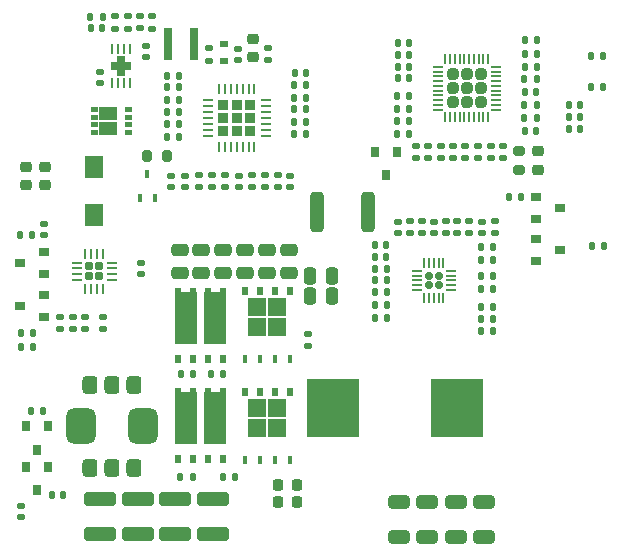
<source format=gbr>
%TF.GenerationSoftware,KiCad,Pcbnew,(6.0.0)*%
%TF.CreationDate,2022-03-25T21:17:58+08:00*%
%TF.ProjectId,WirelessPowerP40_Receiver,57697265-6c65-4737-9350-6f7765725034,rev?*%
%TF.SameCoordinates,Original*%
%TF.FileFunction,Paste,Top*%
%TF.FilePolarity,Positive*%
%FSLAX46Y46*%
G04 Gerber Fmt 4.6, Leading zero omitted, Abs format (unit mm)*
G04 Created by KiCad (PCBNEW (6.0.0)) date 2022-03-25 21:17:58*
%MOMM*%
%LPD*%
G01*
G04 APERTURE LIST*
G04 Aperture macros list*
%AMRoundRect*
0 Rectangle with rounded corners*
0 $1 Rounding radius*
0 $2 $3 $4 $5 $6 $7 $8 $9 X,Y pos of 4 corners*
0 Add a 4 corners polygon primitive as box body*
4,1,4,$2,$3,$4,$5,$6,$7,$8,$9,$2,$3,0*
0 Add four circle primitives for the rounded corners*
1,1,$1+$1,$2,$3*
1,1,$1+$1,$4,$5*
1,1,$1+$1,$6,$7*
1,1,$1+$1,$8,$9*
0 Add four rect primitives between the rounded corners*
20,1,$1+$1,$2,$3,$4,$5,0*
20,1,$1+$1,$4,$5,$6,$7,0*
20,1,$1+$1,$6,$7,$8,$9,0*
20,1,$1+$1,$8,$9,$2,$3,0*%
G04 Aperture macros list end*
%ADD10C,0.010000*%
%ADD11RoundRect,0.135000X0.185000X-0.135000X0.185000X0.135000X-0.185000X0.135000X-0.185000X-0.135000X0*%
%ADD12RoundRect,0.135000X-0.135000X-0.185000X0.135000X-0.185000X0.135000X0.185000X-0.135000X0.185000X0*%
%ADD13RoundRect,0.140000X-0.140000X-0.170000X0.140000X-0.170000X0.140000X0.170000X-0.140000X0.170000X0*%
%ADD14RoundRect,0.135000X0.135000X0.185000X-0.135000X0.185000X-0.135000X-0.185000X0.135000X-0.185000X0*%
%ADD15RoundRect,0.250000X0.650000X-0.325000X0.650000X0.325000X-0.650000X0.325000X-0.650000X-0.325000X0*%
%ADD16RoundRect,0.250000X1.100000X-0.325000X1.100000X0.325000X-1.100000X0.325000X-1.100000X-0.325000X0*%
%ADD17R,0.510000X0.730000*%
%ADD18R,1.870000X4.500000*%
%ADD19R,0.650000X0.700000*%
%ADD20R,0.700000X1.800000*%
%ADD21O,0.250000X0.850000*%
%ADD22RoundRect,0.135000X-0.185000X0.135000X-0.185000X-0.135000X0.185000X-0.135000X0.185000X0.135000X0*%
%ADD23R,0.900000X0.800000*%
%ADD24RoundRect,0.317500X0.317500X0.442500X-0.317500X0.442500X-0.317500X-0.442500X0.317500X-0.442500X0*%
%ADD25RoundRect,0.635000X0.635000X0.865000X-0.635000X0.865000X-0.635000X-0.865000X0.635000X-0.865000X0*%
%ADD26RoundRect,0.140000X0.170000X-0.140000X0.170000X0.140000X-0.170000X0.140000X-0.170000X-0.140000X0*%
%ADD27RoundRect,0.140000X-0.170000X0.140000X-0.170000X-0.140000X0.170000X-0.140000X0.170000X0.140000X0*%
%ADD28RoundRect,0.147500X-0.147500X-0.172500X0.147500X-0.172500X0.147500X0.172500X-0.147500X0.172500X0*%
%ADD29RoundRect,0.172500X-0.172500X-0.172500X0.172500X-0.172500X0.172500X0.172500X-0.172500X0.172500X0*%
%ADD30RoundRect,0.062500X-0.350000X-0.062500X0.350000X-0.062500X0.350000X0.062500X-0.350000X0.062500X0*%
%ADD31RoundRect,0.062500X-0.062500X-0.350000X0.062500X-0.350000X0.062500X0.350000X-0.062500X0.350000X0*%
%ADD32RoundRect,0.200000X-0.275000X0.200000X-0.275000X-0.200000X0.275000X-0.200000X0.275000X0.200000X0*%
%ADD33R,1.600000X1.900000*%
%ADD34RoundRect,0.140000X0.140000X0.170000X-0.140000X0.170000X-0.140000X-0.170000X0.140000X-0.170000X0*%
%ADD35R,1.500000X1.500000*%
%ADD36R,0.500000X0.750000*%
%ADD37R,0.400000X0.750000*%
%ADD38RoundRect,0.225000X0.225000X0.250000X-0.225000X0.250000X-0.225000X-0.250000X0.225000X-0.250000X0*%
%ADD39RoundRect,0.147500X0.147500X0.172500X-0.147500X0.172500X-0.147500X-0.172500X0.147500X-0.172500X0*%
%ADD40RoundRect,0.167500X-0.167500X0.167500X-0.167500X-0.167500X0.167500X-0.167500X0.167500X0.167500X0*%
%ADD41RoundRect,0.050000X-0.050000X0.375000X-0.050000X-0.375000X0.050000X-0.375000X0.050000X0.375000X0*%
%ADD42RoundRect,0.050000X-0.375000X0.050000X-0.375000X-0.050000X0.375000X-0.050000X0.375000X0.050000X0*%
%ADD43RoundRect,0.250000X-0.475000X0.250000X-0.475000X-0.250000X0.475000X-0.250000X0.475000X0.250000X0*%
%ADD44RoundRect,0.250000X0.250000X0.475000X-0.250000X0.475000X-0.250000X-0.475000X0.250000X-0.475000X0*%
%ADD45R,0.800000X0.900000*%
%ADD46RoundRect,0.225000X0.225000X-0.225000X0.225000X0.225000X-0.225000X0.225000X-0.225000X-0.225000X0*%
%ADD47RoundRect,0.062500X0.062500X-0.337500X0.062500X0.337500X-0.062500X0.337500X-0.062500X-0.337500X0*%
%ADD48RoundRect,0.062500X0.337500X-0.062500X0.337500X0.062500X-0.337500X0.062500X-0.337500X-0.062500X0*%
%ADD49R,0.700000X0.600000*%
%ADD50RoundRect,0.250000X-0.312500X-1.450000X0.312500X-1.450000X0.312500X1.450000X-0.312500X1.450000X0*%
%ADD51RoundRect,0.225000X0.250000X-0.225000X0.250000X0.225000X-0.250000X0.225000X-0.250000X-0.225000X0*%
%ADD52RoundRect,0.225000X-0.250000X0.225000X-0.250000X-0.225000X0.250000X-0.225000X0.250000X0.225000X0*%
%ADD53R,4.500000X5.000000*%
%ADD54RoundRect,0.200000X0.200000X0.275000X-0.200000X0.275000X-0.200000X-0.275000X0.200000X-0.275000X0*%
%ADD55R,0.800000X2.700000*%
%ADD56RoundRect,0.242500X0.242500X-0.242500X0.242500X0.242500X-0.242500X0.242500X-0.242500X-0.242500X0*%
%ADD57RoundRect,0.062500X0.062500X-0.350000X0.062500X0.350000X-0.062500X0.350000X-0.062500X-0.350000X0*%
%ADD58RoundRect,0.062500X0.350000X-0.062500X0.350000X0.062500X-0.350000X0.062500X-0.350000X-0.062500X0*%
%ADD59R,0.450000X0.700000*%
G04 APERTURE END LIST*
D10*
%TO.C,U9*%
X118897500Y-82645000D02*
X117452500Y-82645000D01*
X117452500Y-82645000D02*
X117452500Y-81625000D01*
X117452500Y-81625000D02*
X118897500Y-81625000D01*
X118897500Y-81625000D02*
X118897500Y-82645000D01*
G36*
X118897500Y-82645000D02*
G01*
X117452500Y-82645000D01*
X117452500Y-81625000D01*
X118897500Y-81625000D01*
X118897500Y-82645000D01*
G37*
X118897500Y-82645000D02*
X117452500Y-82645000D01*
X117452500Y-81625000D01*
X118897500Y-81625000D01*
X118897500Y-82645000D01*
X120097500Y-81345000D02*
X119647500Y-81345000D01*
X119647500Y-81345000D02*
X119647500Y-81005000D01*
X119647500Y-81005000D02*
X120097500Y-81005000D01*
X120097500Y-81005000D02*
X120097500Y-81345000D01*
G36*
X120097500Y-81345000D02*
G01*
X119647500Y-81345000D01*
X119647500Y-81005000D01*
X120097500Y-81005000D01*
X120097500Y-81345000D01*
G37*
X120097500Y-81345000D02*
X119647500Y-81345000D01*
X119647500Y-81005000D01*
X120097500Y-81005000D01*
X120097500Y-81345000D01*
X117227500Y-82645000D02*
X116777500Y-82645000D01*
X116777500Y-82645000D02*
X116777500Y-82305000D01*
X116777500Y-82305000D02*
X117227500Y-82305000D01*
X117227500Y-82305000D02*
X117227500Y-82645000D01*
G36*
X117227500Y-82645000D02*
G01*
X116777500Y-82645000D01*
X116777500Y-82305000D01*
X117227500Y-82305000D01*
X117227500Y-82645000D01*
G37*
X117227500Y-82645000D02*
X116777500Y-82645000D01*
X116777500Y-82305000D01*
X117227500Y-82305000D01*
X117227500Y-82645000D01*
X117227500Y-81345000D02*
X116777500Y-81345000D01*
X116777500Y-81345000D02*
X116777500Y-81005000D01*
X116777500Y-81005000D02*
X117227500Y-81005000D01*
X117227500Y-81005000D02*
X117227500Y-81345000D01*
G36*
X117227500Y-81345000D02*
G01*
X116777500Y-81345000D01*
X116777500Y-81005000D01*
X117227500Y-81005000D01*
X117227500Y-81345000D01*
G37*
X117227500Y-81345000D02*
X116777500Y-81345000D01*
X116777500Y-81005000D01*
X117227500Y-81005000D01*
X117227500Y-81345000D01*
X117227500Y-80695000D02*
X116777500Y-80695000D01*
X116777500Y-80695000D02*
X116777500Y-80355000D01*
X116777500Y-80355000D02*
X117227500Y-80355000D01*
X117227500Y-80355000D02*
X117227500Y-80695000D01*
G36*
X117227500Y-80695000D02*
G01*
X116777500Y-80695000D01*
X116777500Y-80355000D01*
X117227500Y-80355000D01*
X117227500Y-80695000D01*
G37*
X117227500Y-80695000D02*
X116777500Y-80695000D01*
X116777500Y-80355000D01*
X117227500Y-80355000D01*
X117227500Y-80695000D01*
X117227500Y-81995000D02*
X116777500Y-81995000D01*
X116777500Y-81995000D02*
X116777500Y-81655000D01*
X116777500Y-81655000D02*
X117227500Y-81655000D01*
X117227500Y-81655000D02*
X117227500Y-81995000D01*
G36*
X117227500Y-81995000D02*
G01*
X116777500Y-81995000D01*
X116777500Y-81655000D01*
X117227500Y-81655000D01*
X117227500Y-81995000D01*
G37*
X117227500Y-81995000D02*
X116777500Y-81995000D01*
X116777500Y-81655000D01*
X117227500Y-81655000D01*
X117227500Y-81995000D01*
X118897500Y-81375000D02*
X117452500Y-81375000D01*
X117452500Y-81375000D02*
X117452500Y-80355000D01*
X117452500Y-80355000D02*
X118897500Y-80355000D01*
X118897500Y-80355000D02*
X118897500Y-81375000D01*
G36*
X118897500Y-81375000D02*
G01*
X117452500Y-81375000D01*
X117452500Y-80355000D01*
X118897500Y-80355000D01*
X118897500Y-81375000D01*
G37*
X118897500Y-81375000D02*
X117452500Y-81375000D01*
X117452500Y-80355000D01*
X118897500Y-80355000D01*
X118897500Y-81375000D01*
X120097500Y-80695000D02*
X119647500Y-80695000D01*
X119647500Y-80695000D02*
X119647500Y-80355000D01*
X119647500Y-80355000D02*
X120097500Y-80355000D01*
X120097500Y-80355000D02*
X120097500Y-80695000D01*
G36*
X120097500Y-80695000D02*
G01*
X119647500Y-80695000D01*
X119647500Y-80355000D01*
X120097500Y-80355000D01*
X120097500Y-80695000D01*
G37*
X120097500Y-80695000D02*
X119647500Y-80695000D01*
X119647500Y-80355000D01*
X120097500Y-80355000D01*
X120097500Y-80695000D01*
X120097500Y-82645000D02*
X119647500Y-82645000D01*
X119647500Y-82645000D02*
X119647500Y-82305000D01*
X119647500Y-82305000D02*
X120097500Y-82305000D01*
X120097500Y-82305000D02*
X120097500Y-82645000D01*
G36*
X120097500Y-82645000D02*
G01*
X119647500Y-82645000D01*
X119647500Y-82305000D01*
X120097500Y-82305000D01*
X120097500Y-82645000D01*
G37*
X120097500Y-82645000D02*
X119647500Y-82645000D01*
X119647500Y-82305000D01*
X120097500Y-82305000D01*
X120097500Y-82645000D01*
X120097500Y-81995000D02*
X119647500Y-81995000D01*
X119647500Y-81995000D02*
X119647500Y-81655000D01*
X119647500Y-81655000D02*
X120097500Y-81655000D01*
X120097500Y-81655000D02*
X120097500Y-81995000D01*
G36*
X120097500Y-81995000D02*
G01*
X119647500Y-81995000D01*
X119647500Y-81655000D01*
X120097500Y-81655000D01*
X120097500Y-81995000D01*
G37*
X120097500Y-81995000D02*
X119647500Y-81995000D01*
X119647500Y-81655000D01*
X120097500Y-81655000D01*
X120097500Y-81995000D01*
%TD*%
D11*
%TO.C,R67*%
X148765001Y-91049998D03*
X148765001Y-90029998D03*
%TD*%
D12*
%TO.C,R12*%
X124320000Y-111640000D03*
X125340000Y-111640000D03*
%TD*%
D13*
%TO.C,C56*%
X116720000Y-73700000D03*
X117680000Y-73700000D03*
%TD*%
D12*
%TO.C,R48*%
X153445000Y-80148926D03*
X154465000Y-80148926D03*
%TD*%
D14*
%TO.C,R39*%
X154475000Y-75831786D03*
X153455000Y-75831786D03*
%TD*%
D15*
%TO.C,C62*%
X147630001Y-116755000D03*
X147630001Y-113805000D03*
%TD*%
D16*
%TO.C,C52*%
X120680000Y-116485000D03*
X120680000Y-113535000D03*
%TD*%
D17*
%TO.C,U6*%
X125365000Y-101660000D03*
X127905000Y-101660000D03*
X126635000Y-101660000D03*
X124095000Y-101660000D03*
X125365000Y-101660000D03*
X126635000Y-101660000D03*
X127905000Y-101660000D03*
X127905000Y-95980000D03*
D18*
X127220000Y-98180000D03*
D17*
X126635000Y-95980000D03*
X125365000Y-95980000D03*
X124095000Y-95980000D03*
D18*
X124780000Y-98180000D03*
%TD*%
D19*
%TO.C,U8*%
X118800000Y-76900000D03*
D20*
X119300000Y-76900000D03*
D19*
X119800000Y-76900000D03*
D21*
X120050000Y-75450000D03*
X119550000Y-75450000D03*
X119050000Y-75450000D03*
X118550000Y-75450000D03*
X118550000Y-78350000D03*
X119050000Y-78350000D03*
X119550000Y-78350000D03*
X120050000Y-78350000D03*
%TD*%
D13*
%TO.C,C30*%
X157195000Y-81175001D03*
X158155000Y-81175001D03*
%TD*%
D22*
%TO.C,R26*%
X128120833Y-86135000D03*
X128120833Y-87155000D03*
%TD*%
D12*
%TO.C,R16*%
X123167500Y-77697500D03*
X124187500Y-77697500D03*
%TD*%
D13*
%TO.C,C14*%
X153475000Y-79042141D03*
X154435000Y-79042141D03*
%TD*%
D17*
%TO.C,U7*%
X127885000Y-110180000D03*
X126615000Y-110180000D03*
X125345000Y-110180000D03*
X124075000Y-110180000D03*
X125345000Y-110180000D03*
X126615000Y-110180000D03*
X127885000Y-110180000D03*
D18*
X127200000Y-106700000D03*
D17*
X127885000Y-104500000D03*
X126615000Y-104500000D03*
X125345000Y-104500000D03*
X124075000Y-104500000D03*
D18*
X124760000Y-106700000D03*
%TD*%
D22*
%TO.C,R19*%
X131692501Y-75387500D03*
X131692501Y-76407500D03*
%TD*%
D13*
%TO.C,C8*%
X123197500Y-81772500D03*
X124157500Y-81772500D03*
%TD*%
D14*
%TO.C,R9*%
X128920000Y-111660000D03*
X127900000Y-111660000D03*
%TD*%
D23*
%TO.C,D1*%
X154425000Y-87950000D03*
X154425000Y-89850000D03*
X156425000Y-88900000D03*
%TD*%
D22*
%TO.C,R46*%
X149510715Y-83655001D03*
X149510715Y-84675001D03*
%TD*%
D13*
%TO.C,C22*%
X140784999Y-92039999D03*
X141744999Y-92039999D03*
%TD*%
D24*
%TO.C,L3*%
X120350000Y-103870000D03*
X118500000Y-103870000D03*
X116650000Y-103870000D03*
X116650000Y-110930000D03*
X118500000Y-110930000D03*
X120350000Y-110930000D03*
D25*
X115880000Y-107400000D03*
X121120000Y-107400000D03*
%TD*%
D12*
%TO.C,R56*%
X140755000Y-94029998D03*
X141775000Y-94029998D03*
%TD*%
D26*
%TO.C,C61*%
X145765000Y-91019998D03*
X145765000Y-90059998D03*
%TD*%
%TO.C,C19*%
X146347860Y-84645001D03*
X146347860Y-83685001D03*
%TD*%
D14*
%TO.C,R59*%
X141785000Y-96049998D03*
X140765000Y-96049998D03*
%TD*%
D13*
%TO.C,C42*%
X153475000Y-82372501D03*
X154435000Y-82372501D03*
%TD*%
D27*
%TO.C,C37*%
X133575000Y-86170000D03*
X133575000Y-87130000D03*
%TD*%
D28*
%TO.C,LED4*%
X110855000Y-100700000D03*
X111825000Y-100700000D03*
%TD*%
D11*
%TO.C,R41*%
X120866666Y-73700000D03*
X120866666Y-72680000D03*
%TD*%
D29*
%TO.C,U1*%
X116600000Y-93850000D03*
X117450000Y-94700000D03*
X116600000Y-94700000D03*
X117450000Y-93850000D03*
D30*
X115562500Y-93525000D03*
X115562500Y-94025000D03*
X115562500Y-94525000D03*
X115562500Y-95025000D03*
D31*
X116275000Y-95737500D03*
X116775000Y-95737500D03*
X117275000Y-95737500D03*
X117775000Y-95737500D03*
D30*
X118487500Y-95025000D03*
X118487500Y-94525000D03*
X118487500Y-94025000D03*
X118487500Y-93525000D03*
D31*
X117775000Y-92812500D03*
X117275000Y-92812500D03*
X116775000Y-92812500D03*
X116275000Y-92812500D03*
%TD*%
D22*
%TO.C,R64*%
X144765000Y-90029997D03*
X144765000Y-91049997D03*
%TD*%
D14*
%TO.C,R5*%
X111852436Y-99480741D03*
X110832436Y-99480741D03*
%TD*%
%TO.C,R50*%
X134965001Y-79557500D03*
X133945001Y-79557500D03*
%TD*%
D32*
%TO.C,R7*%
X152975000Y-84070000D03*
X152975000Y-85720000D03*
%TD*%
D33*
%TO.C,L1*%
X117037436Y-89530742D03*
X117037436Y-85430742D03*
%TD*%
D27*
%TO.C,C36*%
X124742501Y-86165001D03*
X124742501Y-87125001D03*
%TD*%
D11*
%TO.C,R45*%
X119833333Y-73710000D03*
X119833333Y-72690000D03*
%TD*%
D34*
%TO.C,C33*%
X143660000Y-77940000D03*
X142700000Y-77940000D03*
%TD*%
D14*
%TO.C,R40*%
X154475000Y-74715000D03*
X153455000Y-74715000D03*
%TD*%
D11*
%TO.C,R55*%
X145293575Y-84675001D03*
X145293575Y-83655001D03*
%TD*%
D35*
%TO.C,Q5*%
X130815000Y-99009999D03*
X132515000Y-97309999D03*
X132515000Y-99009999D03*
X130815000Y-97309999D03*
D36*
X131030000Y-95904999D03*
X133570000Y-95904999D03*
X129760000Y-95904999D03*
X132300000Y-95904999D03*
D37*
X129760000Y-101709999D03*
X131030000Y-101709999D03*
X132300000Y-101709999D03*
X133570000Y-101709999D03*
%TD*%
D22*
%TO.C,R54*%
X144229291Y-83655001D03*
X144229291Y-84675001D03*
%TD*%
D26*
%TO.C,C1*%
X112800000Y-91180000D03*
X112800000Y-90220000D03*
%TD*%
D12*
%TO.C,R61*%
X140760000Y-97100000D03*
X141780000Y-97100000D03*
%TD*%
D22*
%TO.C,R42*%
X121900000Y-72690000D03*
X121900000Y-73710000D03*
%TD*%
D11*
%TO.C,R68*%
X147765000Y-91049999D03*
X147765000Y-90029999D03*
%TD*%
D22*
%TO.C,R11*%
X150575000Y-83655001D03*
X150575000Y-84675001D03*
%TD*%
D23*
%TO.C,U2*%
X112742436Y-98130741D03*
X112742436Y-96230741D03*
X110742436Y-97180741D03*
%TD*%
D38*
%TO.C,C6*%
X134165000Y-112320000D03*
X132615000Y-112320000D03*
%TD*%
D39*
%TO.C,LED2*%
X160060000Y-78650000D03*
X159090000Y-78650000D03*
%TD*%
D14*
%TO.C,R30*%
X112660000Y-106100000D03*
X111640000Y-106100000D03*
%TD*%
D40*
%TO.C,U3*%
X145355000Y-94629998D03*
X146175000Y-94629998D03*
X146175000Y-95449998D03*
X145355000Y-95449998D03*
D41*
X146565000Y-93589998D03*
X146165000Y-93589998D03*
X145765000Y-93589998D03*
X145365000Y-93589998D03*
X144965000Y-93589998D03*
D42*
X144315000Y-94239998D03*
X144315000Y-94639998D03*
X144315000Y-95039998D03*
X144315000Y-95439998D03*
X144315000Y-95839998D03*
D41*
X144965000Y-96489998D03*
X145365000Y-96489998D03*
X145765000Y-96489998D03*
X146165000Y-96489998D03*
X146565000Y-96489998D03*
D42*
X147215000Y-95839998D03*
X147215000Y-95439998D03*
X147215000Y-95039998D03*
X147215000Y-94639998D03*
X147215000Y-94239998D03*
%TD*%
D14*
%TO.C,R57*%
X150775000Y-95739998D03*
X149755000Y-95739998D03*
%TD*%
D43*
%TO.C,C46*%
X131625715Y-92480000D03*
X131625715Y-94380000D03*
%TD*%
D12*
%TO.C,R8*%
X126900000Y-103000000D03*
X127920000Y-103000000D03*
%TD*%
%TO.C,R33*%
X153445000Y-78005000D03*
X154465000Y-78005000D03*
%TD*%
D27*
%TO.C,C16*%
X151629289Y-83685001D03*
X151629289Y-84645001D03*
%TD*%
D34*
%TO.C,C17*%
X150745000Y-99325000D03*
X149785000Y-99325000D03*
%TD*%
D12*
%TO.C,R34*%
X153454999Y-76948570D03*
X154474999Y-76948570D03*
%TD*%
D16*
%TO.C,C53*%
X123880000Y-116485000D03*
X123880000Y-113535000D03*
%TD*%
D12*
%TO.C,R10*%
X124360000Y-103000000D03*
X125380000Y-103000000D03*
%TD*%
D34*
%TO.C,C26*%
X143655000Y-75960001D03*
X142695000Y-75960001D03*
%TD*%
D22*
%TO.C,R25*%
X125847501Y-86135001D03*
X125847501Y-87155001D03*
%TD*%
D12*
%TO.C,R18*%
X142635000Y-81575001D03*
X143655000Y-81575001D03*
%TD*%
D27*
%TO.C,C20*%
X142765001Y-90049998D03*
X142765001Y-91009998D03*
%TD*%
D34*
%TO.C,C24*%
X143655000Y-74970002D03*
X142695000Y-74970002D03*
%TD*%
D22*
%TO.C,R17*%
X126730000Y-75397500D03*
X126730000Y-76417500D03*
%TD*%
D12*
%TO.C,R35*%
X153445000Y-81265710D03*
X154465000Y-81265710D03*
%TD*%
D35*
%TO.C,Q6*%
X130800000Y-105850000D03*
X130800000Y-107550000D03*
D36*
X133555000Y-104445000D03*
X132285000Y-104445000D03*
D35*
X132500000Y-105850000D03*
D36*
X131015000Y-104445000D03*
X129745000Y-104445000D03*
D35*
X132500000Y-107550000D03*
D37*
X129745000Y-110250000D03*
X131015000Y-110250000D03*
X132285000Y-110250000D03*
X133555000Y-110250000D03*
%TD*%
D14*
%TO.C,R69*%
X150775000Y-97275000D03*
X149755000Y-97275000D03*
%TD*%
D44*
%TO.C,C3*%
X137170000Y-94625715D03*
X135270000Y-94625715D03*
%TD*%
D22*
%TO.C,R28*%
X132570000Y-86140000D03*
X132570000Y-87160000D03*
%TD*%
D26*
%TO.C,C9*%
X110850000Y-115080000D03*
X110850000Y-114120000D03*
%TD*%
D45*
%TO.C,Q2*%
X113100000Y-107400000D03*
X111200000Y-107400000D03*
X112150000Y-109400000D03*
%TD*%
D43*
%TO.C,C47*%
X129781430Y-92480000D03*
X129781430Y-94380000D03*
%TD*%
D34*
%TO.C,C15*%
X150745000Y-98335002D03*
X149785000Y-98335002D03*
%TD*%
%TO.C,C23*%
X141744999Y-93029998D03*
X140784999Y-93029998D03*
%TD*%
D43*
%TO.C,C50*%
X124248575Y-92480000D03*
X124248575Y-94380000D03*
%TD*%
D22*
%TO.C,R44*%
X118800000Y-72690000D03*
X118800000Y-73710000D03*
%TD*%
D26*
%TO.C,C58*%
X149865001Y-91019999D03*
X149865001Y-90059999D03*
%TD*%
D22*
%TO.C,R13*%
X116262436Y-98170742D03*
X116262436Y-99190742D03*
%TD*%
D26*
%TO.C,C57*%
X117510001Y-78350000D03*
X117510001Y-77390000D03*
%TD*%
D13*
%TO.C,C7*%
X123197500Y-80772500D03*
X124157500Y-80772500D03*
%TD*%
D22*
%TO.C,R27*%
X131510831Y-86135001D03*
X131510831Y-87155001D03*
%TD*%
D27*
%TO.C,C28*%
X129247499Y-86165001D03*
X129247499Y-87125001D03*
%TD*%
D46*
%TO.C,U4*%
X127957500Y-80147500D03*
X130197500Y-80147500D03*
X129077500Y-80147500D03*
X129077500Y-81267500D03*
X127957500Y-82387500D03*
X127957500Y-81267500D03*
X130197500Y-81267500D03*
X130197500Y-82387500D03*
X129077500Y-82387500D03*
D47*
X127577500Y-83717500D03*
X128077500Y-83717500D03*
X128577500Y-83717500D03*
X129077500Y-83717500D03*
X129577500Y-83717500D03*
X130077500Y-83717500D03*
X130577500Y-83717500D03*
D48*
X131527500Y-82767500D03*
X131527500Y-82267500D03*
X131527500Y-81767500D03*
X131527500Y-81267500D03*
X131527500Y-80767500D03*
X131527500Y-80267500D03*
X131527500Y-79767500D03*
D47*
X130577500Y-78817500D03*
X130077500Y-78817500D03*
X129577500Y-78817500D03*
X129077500Y-78817500D03*
X128577500Y-78817500D03*
X128077500Y-78817500D03*
X127577500Y-78817500D03*
D48*
X126627500Y-79767500D03*
X126627500Y-80267500D03*
X126627500Y-80767500D03*
X126627500Y-81267500D03*
X126627500Y-81767500D03*
X126627500Y-82267500D03*
X126627500Y-82767500D03*
%TD*%
D13*
%TO.C,C32*%
X149785000Y-92239999D03*
X150745000Y-92239999D03*
%TD*%
D34*
%TO.C,C29*%
X143654999Y-76950000D03*
X142694999Y-76950000D03*
%TD*%
D14*
%TO.C,R49*%
X134965001Y-80557500D03*
X133945001Y-80557500D03*
%TD*%
D15*
%TO.C,C60*%
X145230001Y-116755000D03*
X145230001Y-113805000D03*
%TD*%
D39*
%TO.C,LED3*%
X160160000Y-92110000D03*
X159190000Y-92110000D03*
%TD*%
D44*
%TO.C,C2*%
X137170000Y-96380000D03*
X135270000Y-96380000D03*
%TD*%
D34*
%TO.C,C31*%
X134935001Y-77510000D03*
X133975001Y-77510000D03*
%TD*%
D49*
%TO.C,D4*%
X127970000Y-75020000D03*
X127970000Y-76420000D03*
%TD*%
D14*
%TO.C,R52*%
X134965001Y-82647500D03*
X133945001Y-82647500D03*
%TD*%
D11*
%TO.C,R65*%
X143760000Y-91049997D03*
X143760000Y-90029997D03*
%TD*%
D14*
%TO.C,R23*%
X124187499Y-82872499D03*
X123167499Y-82872499D03*
%TD*%
D22*
%TO.C,R4*%
X114112436Y-98170742D03*
X114112436Y-99190742D03*
%TD*%
D12*
%TO.C,R58*%
X140760001Y-98200000D03*
X141780001Y-98200000D03*
%TD*%
D14*
%TO.C,R3*%
X153160000Y-87950000D03*
X152140000Y-87950000D03*
%TD*%
%TO.C,R6*%
X124187500Y-79747500D03*
X123167500Y-79747500D03*
%TD*%
D34*
%TO.C,C12*%
X114380000Y-113200000D03*
X113420000Y-113200000D03*
%TD*%
D15*
%TO.C,C59*%
X150030000Y-116755000D03*
X150030000Y-113805000D03*
%TD*%
D50*
%TO.C,R31*%
X135891581Y-89230258D03*
X140166581Y-89230258D03*
%TD*%
D45*
%TO.C,Q4*%
X113100000Y-110800000D03*
X111200000Y-110800000D03*
X112150000Y-112800000D03*
%TD*%
D16*
%TO.C,C51*%
X117480000Y-116485000D03*
X117480000Y-113535000D03*
%TD*%
D13*
%TO.C,C34*%
X157194999Y-80175000D03*
X158154999Y-80175000D03*
%TD*%
D22*
%TO.C,R29*%
X130374165Y-86135001D03*
X130374165Y-87155001D03*
%TD*%
D14*
%TO.C,R53*%
X150775000Y-94639997D03*
X149755000Y-94639997D03*
%TD*%
D26*
%TO.C,C13*%
X147392145Y-84645001D03*
X147392145Y-83685001D03*
%TD*%
D22*
%TO.C,R66*%
X146760000Y-90029997D03*
X146760000Y-91049997D03*
%TD*%
D12*
%TO.C,R43*%
X116700001Y-72769999D03*
X117720001Y-72769999D03*
%TD*%
D51*
%TO.C,C25*%
X130437500Y-76132500D03*
X130437500Y-74582500D03*
%TD*%
D52*
%TO.C,C18*%
X112810000Y-85425000D03*
X112810000Y-86975000D03*
%TD*%
D26*
%TO.C,C35*%
X129190000Y-76407500D03*
X129190000Y-75447500D03*
%TD*%
D16*
%TO.C,C54*%
X127080000Y-116485000D03*
X127080000Y-113535000D03*
%TD*%
D26*
%TO.C,C55*%
X121400000Y-76160000D03*
X121400000Y-75200000D03*
%TD*%
D43*
%TO.C,C48*%
X127937145Y-92480000D03*
X127937145Y-94380000D03*
%TD*%
D12*
%TO.C,R60*%
X140755000Y-95039998D03*
X141775000Y-95039998D03*
%TD*%
D15*
%TO.C,C63*%
X142830000Y-116755000D03*
X142830000Y-113805000D03*
%TD*%
D52*
%TO.C,C21*%
X111200000Y-85425000D03*
X111200000Y-86975000D03*
%TD*%
D13*
%TO.C,C27*%
X157195000Y-82175001D03*
X158155000Y-82175001D03*
%TD*%
D39*
%TO.C,LED1*%
X160060000Y-76000000D03*
X159090000Y-76000000D03*
%TD*%
D43*
%TO.C,C45*%
X133470000Y-92480000D03*
X133470000Y-94380000D03*
%TD*%
D53*
%TO.C,L4*%
X137190000Y-105810000D03*
X147690000Y-105810000D03*
%TD*%
D23*
%TO.C,D3*%
X154425000Y-91500000D03*
X154425000Y-93400000D03*
X156425000Y-92450000D03*
%TD*%
D12*
%TO.C,R2*%
X110732436Y-91180741D03*
X111752436Y-91180741D03*
%TD*%
D11*
%TO.C,R14*%
X115179860Y-99190742D03*
X115179860Y-98170742D03*
%TD*%
D22*
%TO.C,R1*%
X117787436Y-98170742D03*
X117787436Y-99190742D03*
%TD*%
D14*
%TO.C,R38*%
X143685000Y-80535000D03*
X142665000Y-80535000D03*
%TD*%
D22*
%TO.C,R24*%
X126984167Y-86135000D03*
X126984167Y-87155000D03*
%TD*%
D26*
%TO.C,C5*%
X123510000Y-87140000D03*
X123510000Y-86180000D03*
%TD*%
%TO.C,C11*%
X121012436Y-94500742D03*
X121012436Y-93540742D03*
%TD*%
D11*
%TO.C,R47*%
X148446430Y-84675001D03*
X148446430Y-83655001D03*
%TD*%
D12*
%TO.C,R20*%
X123167500Y-78697500D03*
X124187500Y-78697500D03*
%TD*%
D54*
%TO.C,R15*%
X123165000Y-84480000D03*
X121515000Y-84480000D03*
%TD*%
D14*
%TO.C,R62*%
X150775000Y-93339999D03*
X149755000Y-93339999D03*
%TD*%
D38*
%TO.C,C4*%
X134165000Y-113770000D03*
X132615000Y-113770000D03*
%TD*%
D55*
%TO.C,L2*%
X123270000Y-75060000D03*
X125470000Y-75060000D03*
%TD*%
D14*
%TO.C,R32*%
X143685000Y-79434999D03*
X142665000Y-79434999D03*
%TD*%
D56*
%TO.C,U5*%
X149755000Y-78767501D03*
X147355000Y-77567501D03*
X148555000Y-78767501D03*
X147355000Y-78767501D03*
X148555000Y-77567501D03*
X147355000Y-79967501D03*
X149755000Y-77567501D03*
X148555000Y-79967501D03*
X149755000Y-79967501D03*
D57*
X146755000Y-81205001D03*
X147155000Y-81205001D03*
X147555000Y-81205001D03*
X147955000Y-81205001D03*
X148355000Y-81205001D03*
X148755000Y-81205001D03*
X149155000Y-81205001D03*
X149555000Y-81205001D03*
X149955000Y-81205001D03*
X150355000Y-81205001D03*
D58*
X150992500Y-80567501D03*
X150992500Y-80167501D03*
X150992500Y-79767501D03*
X150992500Y-79367501D03*
X150992500Y-78967501D03*
X150992500Y-78567501D03*
X150992500Y-78167501D03*
X150992500Y-77767501D03*
X150992500Y-77367501D03*
X150992500Y-76967501D03*
D57*
X150355000Y-76330001D03*
X149955000Y-76330001D03*
X149555000Y-76330001D03*
X149155000Y-76330001D03*
X148755000Y-76330001D03*
X148355000Y-76330001D03*
X147955000Y-76330001D03*
X147555000Y-76330001D03*
X147155000Y-76330001D03*
X146755000Y-76330001D03*
D58*
X146117500Y-76967501D03*
X146117500Y-77367501D03*
X146117500Y-77767501D03*
X146117500Y-78167501D03*
X146117500Y-78567501D03*
X146117500Y-78967501D03*
X146117500Y-79367501D03*
X146117500Y-79767501D03*
X146117500Y-80167501D03*
X146117500Y-80567501D03*
%TD*%
D14*
%TO.C,R51*%
X134967500Y-81607500D03*
X133947500Y-81607500D03*
%TD*%
D59*
%TO.C,D2*%
X120870000Y-88060000D03*
X122170000Y-88060000D03*
X121520000Y-86060000D03*
%TD*%
D11*
%TO.C,R63*%
X150965001Y-91049998D03*
X150965001Y-90029998D03*
%TD*%
D43*
%TO.C,C49*%
X126092860Y-92480000D03*
X126092860Y-94380000D03*
%TD*%
D12*
%TO.C,R21*%
X142635000Y-82675000D03*
X143655000Y-82675000D03*
%TD*%
D22*
%TO.C,NCP15XW153J03RC1*%
X135090000Y-99540000D03*
X135090000Y-100560000D03*
%TD*%
D23*
%TO.C,Q1*%
X112742436Y-94530742D03*
X112742436Y-92630742D03*
X110742436Y-93580742D03*
%TD*%
D45*
%TO.C,Q3*%
X142670000Y-84150000D03*
X140770000Y-84150000D03*
X141720000Y-86150000D03*
%TD*%
D51*
%TO.C,C10*%
X154575000Y-85670000D03*
X154575000Y-84120000D03*
%TD*%
D14*
%TO.C,R22*%
X134960000Y-78530000D03*
X133940000Y-78530000D03*
%TD*%
M02*

</source>
